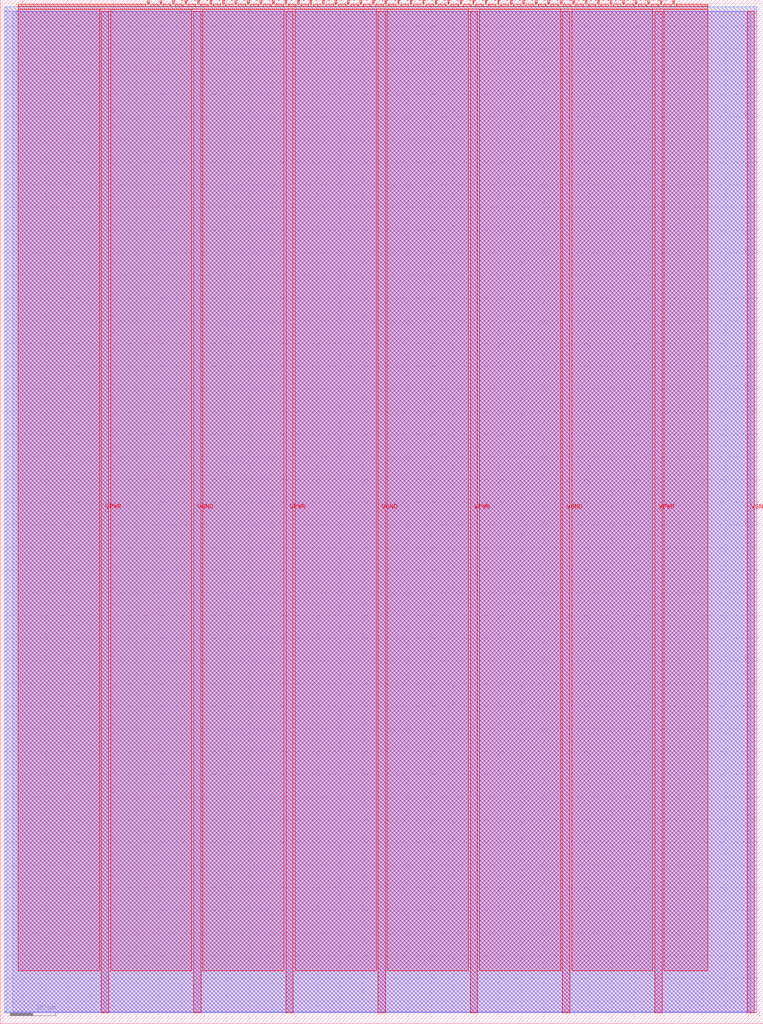
<source format=lef>
VERSION 5.7 ;
  NOWIREEXTENSIONATPIN ON ;
  DIVIDERCHAR "/" ;
  BUSBITCHARS "[]" ;
MACRO tt_um_rejunity_rule110_dup
  CLASS BLOCK ;
  FOREIGN tt_um_rejunity_rule110_dup ;
  ORIGIN 0.000 0.000 ;
  SIZE 168.360 BY 225.760 ;
  PIN VGND
    DIRECTION INOUT ;
    USE GROUND ;
    PORT
      LAYER met4 ;
        RECT 42.670 2.480 44.270 223.280 ;
    END
    PORT
      LAYER met4 ;
        RECT 83.380 2.480 84.980 223.280 ;
    END
    PORT
      LAYER met4 ;
        RECT 124.090 2.480 125.690 223.280 ;
    END
    PORT
      LAYER met4 ;
        RECT 164.800 2.480 166.400 223.280 ;
    END
  END VGND
  PIN VPWR
    DIRECTION INOUT ;
    USE POWER ;
    PORT
      LAYER met4 ;
        RECT 22.315 2.480 23.915 223.280 ;
    END
    PORT
      LAYER met4 ;
        RECT 63.025 2.480 64.625 223.280 ;
    END
    PORT
      LAYER met4 ;
        RECT 103.735 2.480 105.335 223.280 ;
    END
    PORT
      LAYER met4 ;
        RECT 144.445 2.480 146.045 223.280 ;
    END
  END VPWR
  PIN clk
    DIRECTION INPUT ;
    USE SIGNAL ;
    ANTENNAGATEAREA 0.852000 ;
    PORT
      LAYER met4 ;
        RECT 145.670 224.760 145.970 225.760 ;
    END
  END clk
  PIN ena
    DIRECTION INPUT ;
    USE SIGNAL ;
    PORT
      LAYER met4 ;
        RECT 148.430 224.760 148.730 225.760 ;
    END
  END ena
  PIN rst_n
    DIRECTION INPUT ;
    USE SIGNAL ;
    ANTENNAGATEAREA 0.159000 ;
    PORT
      LAYER met4 ;
        RECT 142.910 224.760 143.210 225.760 ;
    END
  END rst_n
  PIN ui_in[0]
    DIRECTION INPUT ;
    USE SIGNAL ;
    ANTENNAGATEAREA 0.213000 ;
    PORT
      LAYER met4 ;
        RECT 140.150 224.760 140.450 225.760 ;
    END
  END ui_in[0]
  PIN ui_in[1]
    DIRECTION INPUT ;
    USE SIGNAL ;
    ANTENNAGATEAREA 0.247500 ;
    PORT
      LAYER met4 ;
        RECT 137.390 224.760 137.690 225.760 ;
    END
  END ui_in[1]
  PIN ui_in[2]
    DIRECTION INPUT ;
    USE SIGNAL ;
    ANTENNAGATEAREA 0.247500 ;
    PORT
      LAYER met4 ;
        RECT 134.630 224.760 134.930 225.760 ;
    END
  END ui_in[2]
  PIN ui_in[3]
    DIRECTION INPUT ;
    USE SIGNAL ;
    ANTENNAGATEAREA 0.247500 ;
    PORT
      LAYER met4 ;
        RECT 131.870 224.760 132.170 225.760 ;
    END
  END ui_in[3]
  PIN ui_in[4]
    DIRECTION INPUT ;
    USE SIGNAL ;
    ANTENNAGATEAREA 0.247500 ;
    PORT
      LAYER met4 ;
        RECT 129.110 224.760 129.410 225.760 ;
    END
  END ui_in[4]
  PIN ui_in[5]
    DIRECTION INPUT ;
    USE SIGNAL ;
    ANTENNAGATEAREA 0.213000 ;
    PORT
      LAYER met4 ;
        RECT 126.350 224.760 126.650 225.760 ;
    END
  END ui_in[5]
  PIN ui_in[6]
    DIRECTION INPUT ;
    USE SIGNAL ;
    ANTENNAGATEAREA 0.247500 ;
    PORT
      LAYER met4 ;
        RECT 123.590 224.760 123.890 225.760 ;
    END
  END ui_in[6]
  PIN ui_in[7]
    DIRECTION INPUT ;
    USE SIGNAL ;
    ANTENNAGATEAREA 0.247500 ;
    PORT
      LAYER met4 ;
        RECT 120.830 224.760 121.130 225.760 ;
    END
  END ui_in[7]
  PIN uio_in[0]
    DIRECTION INPUT ;
    USE SIGNAL ;
    ANTENNAGATEAREA 0.213000 ;
    PORT
      LAYER met4 ;
        RECT 118.070 224.760 118.370 225.760 ;
    END
  END uio_in[0]
  PIN uio_in[1]
    DIRECTION INPUT ;
    USE SIGNAL ;
    ANTENNAGATEAREA 0.213000 ;
    PORT
      LAYER met4 ;
        RECT 115.310 224.760 115.610 225.760 ;
    END
  END uio_in[1]
  PIN uio_in[2]
    DIRECTION INPUT ;
    USE SIGNAL ;
    ANTENNAGATEAREA 0.159000 ;
    PORT
      LAYER met4 ;
        RECT 112.550 224.760 112.850 225.760 ;
    END
  END uio_in[2]
  PIN uio_in[3]
    DIRECTION INPUT ;
    USE SIGNAL ;
    ANTENNAGATEAREA 0.196500 ;
    PORT
      LAYER met4 ;
        RECT 109.790 224.760 110.090 225.760 ;
    END
  END uio_in[3]
  PIN uio_in[4]
    DIRECTION INPUT ;
    USE SIGNAL ;
    ANTENNAGATEAREA 0.213000 ;
    PORT
      LAYER met4 ;
        RECT 107.030 224.760 107.330 225.760 ;
    END
  END uio_in[4]
  PIN uio_in[5]
    DIRECTION INPUT ;
    USE SIGNAL ;
    ANTENNAGATEAREA 0.213000 ;
    PORT
      LAYER met4 ;
        RECT 104.270 224.760 104.570 225.760 ;
    END
  END uio_in[5]
  PIN uio_in[6]
    DIRECTION INPUT ;
    USE SIGNAL ;
    ANTENNAGATEAREA 0.213000 ;
    PORT
      LAYER met4 ;
        RECT 101.510 224.760 101.810 225.760 ;
    END
  END uio_in[6]
  PIN uio_in[7]
    DIRECTION INPUT ;
    USE SIGNAL ;
    ANTENNAGATEAREA 0.159000 ;
    PORT
      LAYER met4 ;
        RECT 98.750 224.760 99.050 225.760 ;
    END
  END uio_in[7]
  PIN uio_oe[0]
    DIRECTION OUTPUT TRISTATE ;
    USE SIGNAL ;
    PORT
      LAYER met4 ;
        RECT 51.830 224.760 52.130 225.760 ;
    END
  END uio_oe[0]
  PIN uio_oe[1]
    DIRECTION OUTPUT TRISTATE ;
    USE SIGNAL ;
    PORT
      LAYER met4 ;
        RECT 49.070 224.760 49.370 225.760 ;
    END
  END uio_oe[1]
  PIN uio_oe[2]
    DIRECTION OUTPUT TRISTATE ;
    USE SIGNAL ;
    PORT
      LAYER met4 ;
        RECT 46.310 224.760 46.610 225.760 ;
    END
  END uio_oe[2]
  PIN uio_oe[3]
    DIRECTION OUTPUT TRISTATE ;
    USE SIGNAL ;
    PORT
      LAYER met4 ;
        RECT 43.550 224.760 43.850 225.760 ;
    END
  END uio_oe[3]
  PIN uio_oe[4]
    DIRECTION OUTPUT TRISTATE ;
    USE SIGNAL ;
    PORT
      LAYER met4 ;
        RECT 40.790 224.760 41.090 225.760 ;
    END
  END uio_oe[4]
  PIN uio_oe[5]
    DIRECTION OUTPUT TRISTATE ;
    USE SIGNAL ;
    PORT
      LAYER met4 ;
        RECT 38.030 224.760 38.330 225.760 ;
    END
  END uio_oe[5]
  PIN uio_oe[6]
    DIRECTION OUTPUT TRISTATE ;
    USE SIGNAL ;
    PORT
      LAYER met4 ;
        RECT 35.270 224.760 35.570 225.760 ;
    END
  END uio_oe[6]
  PIN uio_oe[7]
    DIRECTION OUTPUT TRISTATE ;
    USE SIGNAL ;
    PORT
      LAYER met4 ;
        RECT 32.510 224.760 32.810 225.760 ;
    END
  END uio_oe[7]
  PIN uio_out[0]
    DIRECTION OUTPUT TRISTATE ;
    USE SIGNAL ;
    PORT
      LAYER met4 ;
        RECT 73.910 224.760 74.210 225.760 ;
    END
  END uio_out[0]
  PIN uio_out[1]
    DIRECTION OUTPUT TRISTATE ;
    USE SIGNAL ;
    PORT
      LAYER met4 ;
        RECT 71.150 224.760 71.450 225.760 ;
    END
  END uio_out[1]
  PIN uio_out[2]
    DIRECTION OUTPUT TRISTATE ;
    USE SIGNAL ;
    PORT
      LAYER met4 ;
        RECT 68.390 224.760 68.690 225.760 ;
    END
  END uio_out[2]
  PIN uio_out[3]
    DIRECTION OUTPUT TRISTATE ;
    USE SIGNAL ;
    PORT
      LAYER met4 ;
        RECT 65.630 224.760 65.930 225.760 ;
    END
  END uio_out[3]
  PIN uio_out[4]
    DIRECTION OUTPUT TRISTATE ;
    USE SIGNAL ;
    PORT
      LAYER met4 ;
        RECT 62.870 224.760 63.170 225.760 ;
    END
  END uio_out[4]
  PIN uio_out[5]
    DIRECTION OUTPUT TRISTATE ;
    USE SIGNAL ;
    PORT
      LAYER met4 ;
        RECT 60.110 224.760 60.410 225.760 ;
    END
  END uio_out[5]
  PIN uio_out[6]
    DIRECTION OUTPUT TRISTATE ;
    USE SIGNAL ;
    PORT
      LAYER met4 ;
        RECT 57.350 224.760 57.650 225.760 ;
    END
  END uio_out[6]
  PIN uio_out[7]
    DIRECTION OUTPUT TRISTATE ;
    USE SIGNAL ;
    PORT
      LAYER met4 ;
        RECT 54.590 224.760 54.890 225.760 ;
    END
  END uio_out[7]
  PIN uo_out[0]
    DIRECTION OUTPUT TRISTATE ;
    USE SIGNAL ;
    ANTENNADIFFAREA 0.891000 ;
    PORT
      LAYER met4 ;
        RECT 95.990 224.760 96.290 225.760 ;
    END
  END uo_out[0]
  PIN uo_out[1]
    DIRECTION OUTPUT TRISTATE ;
    USE SIGNAL ;
    ANTENNADIFFAREA 0.891000 ;
    PORT
      LAYER met4 ;
        RECT 93.230 224.760 93.530 225.760 ;
    END
  END uo_out[1]
  PIN uo_out[2]
    DIRECTION OUTPUT TRISTATE ;
    USE SIGNAL ;
    ANTENNADIFFAREA 0.891000 ;
    PORT
      LAYER met4 ;
        RECT 90.470 224.760 90.770 225.760 ;
    END
  END uo_out[2]
  PIN uo_out[3]
    DIRECTION OUTPUT TRISTATE ;
    USE SIGNAL ;
    ANTENNADIFFAREA 0.891000 ;
    PORT
      LAYER met4 ;
        RECT 87.710 224.760 88.010 225.760 ;
    END
  END uo_out[3]
  PIN uo_out[4]
    DIRECTION OUTPUT TRISTATE ;
    USE SIGNAL ;
    ANTENNADIFFAREA 0.891000 ;
    PORT
      LAYER met4 ;
        RECT 84.950 224.760 85.250 225.760 ;
    END
  END uo_out[4]
  PIN uo_out[5]
    DIRECTION OUTPUT TRISTATE ;
    USE SIGNAL ;
    ANTENNADIFFAREA 0.891000 ;
    PORT
      LAYER met4 ;
        RECT 82.190 224.760 82.490 225.760 ;
    END
  END uo_out[5]
  PIN uo_out[6]
    DIRECTION OUTPUT TRISTATE ;
    USE SIGNAL ;
    ANTENNADIFFAREA 0.891000 ;
    PORT
      LAYER met4 ;
        RECT 79.430 224.760 79.730 225.760 ;
    END
  END uo_out[6]
  PIN uo_out[7]
    DIRECTION OUTPUT TRISTATE ;
    USE SIGNAL ;
    ANTENNADIFFAREA 0.924000 ;
    PORT
      LAYER met4 ;
        RECT 76.670 224.760 76.970 225.760 ;
    END
  END uo_out[7]
  OBS
      LAYER li1 ;
        RECT 2.760 2.635 165.600 223.125 ;
      LAYER met1 ;
        RECT 0.990 2.480 166.910 223.280 ;
      LAYER met2 ;
        RECT 1.020 2.535 166.880 224.245 ;
      LAYER met3 ;
        RECT 1.445 2.555 166.390 224.225 ;
      LAYER met4 ;
        RECT 3.975 224.360 32.110 224.760 ;
        RECT 33.210 224.360 34.870 224.760 ;
        RECT 35.970 224.360 37.630 224.760 ;
        RECT 38.730 224.360 40.390 224.760 ;
        RECT 41.490 224.360 43.150 224.760 ;
        RECT 44.250 224.360 45.910 224.760 ;
        RECT 47.010 224.360 48.670 224.760 ;
        RECT 49.770 224.360 51.430 224.760 ;
        RECT 52.530 224.360 54.190 224.760 ;
        RECT 55.290 224.360 56.950 224.760 ;
        RECT 58.050 224.360 59.710 224.760 ;
        RECT 60.810 224.360 62.470 224.760 ;
        RECT 63.570 224.360 65.230 224.760 ;
        RECT 66.330 224.360 67.990 224.760 ;
        RECT 69.090 224.360 70.750 224.760 ;
        RECT 71.850 224.360 73.510 224.760 ;
        RECT 74.610 224.360 76.270 224.760 ;
        RECT 77.370 224.360 79.030 224.760 ;
        RECT 80.130 224.360 81.790 224.760 ;
        RECT 82.890 224.360 84.550 224.760 ;
        RECT 85.650 224.360 87.310 224.760 ;
        RECT 88.410 224.360 90.070 224.760 ;
        RECT 91.170 224.360 92.830 224.760 ;
        RECT 93.930 224.360 95.590 224.760 ;
        RECT 96.690 224.360 98.350 224.760 ;
        RECT 99.450 224.360 101.110 224.760 ;
        RECT 102.210 224.360 103.870 224.760 ;
        RECT 104.970 224.360 106.630 224.760 ;
        RECT 107.730 224.360 109.390 224.760 ;
        RECT 110.490 224.360 112.150 224.760 ;
        RECT 113.250 224.360 114.910 224.760 ;
        RECT 116.010 224.360 117.670 224.760 ;
        RECT 118.770 224.360 120.430 224.760 ;
        RECT 121.530 224.360 123.190 224.760 ;
        RECT 124.290 224.360 125.950 224.760 ;
        RECT 127.050 224.360 128.710 224.760 ;
        RECT 129.810 224.360 131.470 224.760 ;
        RECT 132.570 224.360 134.230 224.760 ;
        RECT 135.330 224.360 136.990 224.760 ;
        RECT 138.090 224.360 139.750 224.760 ;
        RECT 140.850 224.360 142.510 224.760 ;
        RECT 143.610 224.360 145.270 224.760 ;
        RECT 146.370 224.360 148.030 224.760 ;
        RECT 149.130 224.360 156.105 224.760 ;
        RECT 3.975 223.680 156.105 224.360 ;
        RECT 3.975 11.735 21.915 223.680 ;
        RECT 24.315 11.735 42.270 223.680 ;
        RECT 44.670 11.735 62.625 223.680 ;
        RECT 65.025 11.735 82.980 223.680 ;
        RECT 85.380 11.735 103.335 223.680 ;
        RECT 105.735 11.735 123.690 223.680 ;
        RECT 126.090 11.735 144.045 223.680 ;
        RECT 146.445 11.735 156.105 223.680 ;
  END
END tt_um_rejunity_rule110_dup
END LIBRARY


</source>
